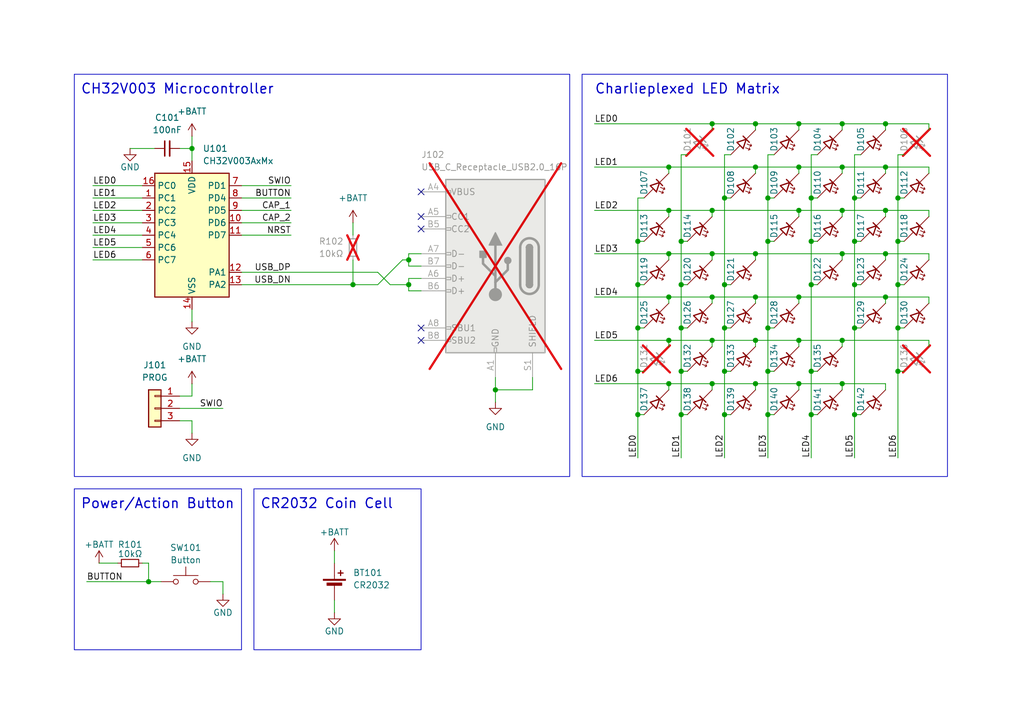
<source format=kicad_sch>
(kicad_sch (version 20231120) (generator "eeschema") (generator_version "8.0")
  (paper "A5")
  (title_block (title "Dezentrale Blinky Logo") (date "2025-04-15") (rev "1") (company "Dezentrale e.V.") (comment 1 "Hardware Design - olel") (comment 2 "CC-BY-SA"))
  (lib_symbols
    (symbol "Connector:USB_C_Receptacle_USB2.0_16P" (pin_names (offset 1.016))
      (property "Reference" "J" (at 0 22.225 0))
      (property "Value" "USB_C_Receptacle_USB2.0_16P" (at 0 19.685 0))
      (symbol "USB_C_Receptacle_USB2.0_16P_0_0"
        (rectangle (start -0.254 -17.78) (end 0.254 -16.764))
        (rectangle (start 10.16 -14.986) (end 9.144 -15.494))
        (rectangle (start 10.16 -12.446) (end 9.144 -12.954))
        (rectangle (start 10.16 -4.826) (end 9.144 -5.334))
        (rectangle (start 10.16 -2.286) (end 9.144 -2.794))
        (rectangle (start 10.16 0.254) (end 9.144 -0.254))
        (rectangle (start 10.16 2.794) (end 9.144 2.286))
        (rectangle (start 10.16 7.874) (end 9.144 7.366))
        (rectangle (start 10.16 10.414) (end 9.144 9.906))
        (rectangle (start 10.16 15.494) (end 9.144 14.986))
      )
      (symbol "USB_C_Receptacle_USB2.0_16P_0_1"
        (rectangle (start -10.16 17.78) (end 10.16 -17.78) (stroke (width 0.254)) (fill (type background)))
        (arc (start -8.89 -3.81) (mid -6.985 -5.7067) (end -5.08 -3.81) (stroke (width 0.508)))
        (arc (start -7.62 -3.81) (mid -6.985 -4.4423) (end -6.35 -3.81) (stroke (width 0.254)))
        (arc (start -7.62 -3.81) (mid -6.985 -4.4423) (end -6.35 -3.81) (stroke (width 0.254)) (fill (type outline)))
        (rectangle (start -7.62 -3.81) (end -6.35 3.81) (stroke (width 0.254)) (fill (type outline)))
        (arc (start -6.35 3.81) (mid -6.985 4.4423) (end -7.62 3.81) (stroke (width 0.254)))
        (arc (start -6.35 3.81) (mid -6.985 4.4423) (end -7.62 3.81) (stroke (width 0.254)) (fill (type outline)))
        (arc (start -5.08 3.81) (mid -6.985 5.7067) (end -8.89 3.81) (stroke (width 0.508)))
        (circle (center -2.54 1.143) (radius 0.635) (stroke (width 0.254)) (fill (type outline)))
        (circle (center 0 -5.842) (radius 1.27) (fill (type outline)))
        (polyline (pts (xy -8.89 -3.81) (xy -8.89 3.81)) (stroke (width 0.508)))
        (polyline (pts (xy -5.08 3.81) (xy -5.08 -3.81)) (stroke (width 0.508)))
        (polyline (pts (xy 0 -5.842) (xy 0 4.318)) (stroke (width 0.508)))
        (polyline (pts (xy 0 -3.302) (xy -2.54 -0.762) (xy -2.54 0.508)) (stroke (width 0.508)))
        (polyline (pts (xy 0 -2.032) (xy 2.54 0.508) (xy 2.54 1.778)) (stroke (width 0.508)))
        (polyline (pts (xy -1.27 4.318) (xy 0 6.858) (xy 1.27 4.318) (xy -1.27 4.318)) (stroke (width 0.254)) (fill (type outline)))
        (rectangle (start 1.905 1.778) (end 3.175 3.048) (stroke (width 0.254)) (fill (type outline)))
      )
      (symbol "USB_C_Receptacle_USB2.0_16P_1_1"
        (pin passive line (at 0 -22.86 90) (length 5.08) (name "GND") (number "A1"))
        (pin passive line (at 0 -22.86 90) (length 5.08) hide (name "GND") (number "A12"))
        (pin passive line (at 15.24 15.24 180) (length 5.08) (name "VBUS") (number "A4"))
        (pin bidirectional line (at 15.24 10.16 180) (length 5.08) (name "CC1") (number "A5"))
        (pin bidirectional line (at 15.24 -2.54 180) (length 5.08) (name "D+") (number "A6"))
        (pin bidirectional line (at 15.24 2.54 180) (length 5.08) (name "D-") (number "A7"))
        (pin bidirectional line (at 15.24 -12.7 180) (length 5.08) (name "SBU1") (number "A8"))
        (pin passive line (at 15.24 15.24 180) (length 5.08) hide (name "VBUS") (number "A9"))
        (pin passive line (at 0 -22.86 90) (length 5.08) hide (name "GND") (number "B1"))
        (pin passive line (at 0 -22.86 90) (length 5.08) hide (name "GND") (number "B12"))
        (pin passive line (at 15.24 15.24 180) (length 5.08) hide (name "VBUS") (number "B4"))
        (pin bidirectional line (at 15.24 7.62 180) (length 5.08) (name "CC2") (number "B5"))
        (pin bidirectional line (at 15.24 -5.08 180) (length 5.08) (name "D+") (number "B6"))
        (pin bidirectional line (at 15.24 0 180) (length 5.08) (name "D-") (number "B7"))
        (pin bidirectional line (at 15.24 -15.24 180) (length 5.08) (name "SBU2") (number "B8"))
        (pin passive line (at 15.24 15.24 180) (length 5.08) hide (name "VBUS") (number "B9"))
        (pin passive line (at -7.62 -22.86 90) (length 5.08) (name "SHIELD") (number "S1"))
      )
    )
    (symbol "Connector_Generic:Conn_01x03" (pin_names (offset 1.016) hide)
      (property "Reference" "J" (at 0 5.08 0))
      (property "Value" "Conn_01x03" (at 0 -5.08 0))
      (symbol "Conn_01x03_1_1"
        (rectangle (start -1.27 -2.413) (end 0 -2.667) (stroke (width 0.1524)))
        (rectangle (start -1.27 0.127) (end 0 -0.127) (stroke (width 0.1524)))
        (rectangle (start -1.27 2.667) (end 0 2.413) (stroke (width 0.1524)))
        (rectangle (start -1.27 3.81) (end 1.27 -3.81) (stroke (width 0.254)) (fill (type background)))
        (pin passive line (at -5.08 2.54 0) (length 3.81) (name "Pin_1") (number "1"))
        (pin passive line (at -5.08 0 0) (length 3.81) (name "Pin_2") (number "2"))
        (pin passive line (at -5.08 -2.54 0) (length 3.81) (name "Pin_3") (number "3"))
      )
    )
    (symbol "Device:Battery_Cell" (pin_numbers hide) (pin_names (offset 0) hide)
      (property "Reference" "BT" (at 2.54 2.54 0))
      (property "Value" "Battery_Cell" (at 2.54 0 0))
      (symbol "Battery_Cell_0_1"
        (rectangle (start -2.286 1.778) (end 2.286 1.524) (fill (type outline)))
        (rectangle (start -1.524 1.016) (end 1.524 0.508) (fill (type outline)))
        (polyline (pts (xy 0 0.762) (xy 0 0)))
        (polyline (pts (xy 0 1.778) (xy 0 2.54)))
        (polyline (pts (xy 0.762 3.048) (xy 1.778 3.048)) (stroke (width 0.254)))
        (polyline (pts (xy 1.27 3.556) (xy 1.27 2.54)) (stroke (width 0.254)))
      )
      (symbol "Battery_Cell_1_1"
        (pin passive line (at 0 5.08 270) (length 2.54) (name "+") (number "1"))
        (pin passive line (at 0 -2.54 90) (length 2.54) (name "-") (number "2"))
      )
    )
    (symbol "Device:C_Small" (pin_numbers hide) (pin_names (offset 0.254) hide)
      (property "Reference" "C" (at 0.254 1.778 0))
      (property "Value" "C_Small" (at 0.254 -2.032 0))
      (symbol "C_Small_0_1"
        (polyline (pts (xy -1.524 -0.508) (xy 1.524 -0.508)) (stroke (width 0.3302)))
        (polyline (pts (xy -1.524 0.508) (xy 1.524 0.508)) (stroke (width 0.3048)))
      )
      (symbol "C_Small_1_1"
        (pin passive line (at 0 2.54 270) (length 2.032) (name "~") (number "1"))
        (pin passive line (at 0 -2.54 90) (length 2.032) (name "~") (number "2"))
      )
    )
    (symbol "Device:LED_45deg" (pin_numbers hide) (pin_names (offset 0) hide)
      (property "Reference" "D" (at 1.27 2.54 0))
      (property "Value" "LED_45deg" (at 1.27 0 0))
      (symbol "LED_45deg_0_1"
        (polyline (pts (xy -1.4732 -1.4224) (xy -1.6256 -1.0668)))
        (polyline (pts (xy -0.7112 -1.7272) (xy -0.8636 -1.3716)))
        (polyline (pts (xy -0.635 0.635) (xy -2.54 2.54)))
        (polyline (pts (xy 0 -1.27) (xy 1.27 0)) (stroke (width 0.254)))
        (polyline (pts (xy 2.54 -2.54) (xy 0.635 -0.635)))
        (polyline (pts (xy -1.1176 -0.508) (xy -1.4732 -1.4224) (xy -1.1176 -1.27)))
        (polyline (pts (xy -0.3556 -0.8128) (xy -0.7112 -1.7272) (xy -0.3556 -1.5748)))
        (polyline (pts (xy -1.27 0) (xy 0 1.27) (xy 0.635 -0.635) (xy -1.27 0)) (stroke (width 0.254)))
      )
      (symbol "LED_45deg_1_1"
        (pin passive line (at 2.54 -2.54 180) (length 0) (name "K") (number "1"))
        (pin passive line (at -2.54 2.54 0) (length 0) (name "A") (number "2"))
      )
    )
    (symbol "Device:R_Small" (pin_numbers hide) (pin_names (offset 0.254) hide)
      (property "Reference" "R" (at 0.762 0.508 0))
      (property "Value" "R_Small" (at 0.762 -1.016 0))
      (symbol "R_Small_0_1"
        (rectangle (start -0.762 1.778) (end 0.762 -1.778) (stroke (width 0.2032)))
      )
      (symbol "R_Small_1_1"
        (pin passive line (at 0 2.54 270) (length 0.762) (name "~") (number "1"))
        (pin passive line (at 0 -2.54 90) (length 0.762) (name "~") (number "2"))
      )
    )
    (symbol "MCU_WCH_CH32V0:CH32V003AxMx"
      (property "Reference" "U" (at -7.62 15.24 0))
      (property "Value" "CH32V003AxMx" (at 7.62 15.24 0))
      (symbol "CH32V003AxMx_1_1"
        (rectangle (start -7.62 12.7) (end 7.62 -12.7) (stroke (width 0.254)) (fill (type background)))
        (pin bidirectional line (at -10.16 7.62 0) (length 2.54) (name "PC1") (number "1"))
        (pin bidirectional line (at 10.16 2.54 180) (length 2.54) (name "PD6") (number "10"))
        (pin bidirectional line (at 10.16 0 180) (length 2.54) (name "PD7") (number "11"))
        (pin bidirectional line (at 10.16 -7.62 180) (length 2.54) (name "PA1") (number "12"))
        (pin bidirectional line (at 10.16 -10.16 180) (length 2.54) (name "PA2") (number "13"))
        (pin power_in line (at 0 -15.24 90) (length 2.54) (name "VSS") (number "14"))
        (pin power_in line (at 0 15.24 270) (length 2.54) (name "VDD") (number "15"))
        (pin bidirectional line (at -10.16 10.16 0) (length 2.54) (name "PC0") (number "16"))
        (pin bidirectional line (at -10.16 5.08 0) (length 2.54) (name "PC2") (number "2"))
        (pin bidirectional line (at -10.16 2.54 0) (length 2.54) (name "PC3") (number "3"))
        (pin bidirectional line (at -10.16 0 0) (length 2.54) (name "PC4") (number "4"))
        (pin bidirectional line (at -10.16 -2.54 0) (length 2.54) (name "PC6") (number "5"))
        (pin bidirectional line (at -10.16 -5.08 0) (length 2.54) (name "PC7") (number "6"))
        (pin bidirectional line (at 10.16 10.16 180) (length 2.54) (name "PD1") (number "7"))
        (pin bidirectional line (at 10.16 7.62 180) (length 2.54) (name "PD4") (number "8"))
        (pin bidirectional line (at 10.16 5.08 180) (length 2.54) (name "PD5") (number "9"))
      )
    )
    (symbol "custom:SW_Push_13_42" (pin_numbers hide) (pin_names (offset 1.016) hide)
      (property "Reference" "SW" (at 1.27 2.54 0))
      (property "Value" "SW_Push_13_42" (at 0 -1.524 0))
      (symbol "SW_Push_13_42_0_1"
        (circle (center -2.032 0) (radius 0.508))
        (polyline (pts (xy 0 1.27) (xy 0 3.048)))
        (polyline (pts (xy 2.54 1.27) (xy -2.54 1.27)))
        (circle (center 2.032 0) (radius 0.508))
        (pin passive line (at -5.08 0 0) (length 2.54) (name "1") (number "1"))
        (pin passive line (at 5.08 0 180) (length 2.54) (name "2") (number "2"))
      )
      (symbol "SW_Push_13_42_1_1"
        (pin passive line (at -5.08 0 0) (length 2.54) hide (name "1") (number "3"))
        (pin passive line (at 5.08 0 180) (length 2.54) hide (name "2") (number "4"))
      )
    )
    (symbol "power:+BATT" (power) (pin_numbers hide) (pin_names (offset 0) hide)
      (property "Value" "+BATT" (at 0 3.556 0))
      (symbol "+BATT_0_1"
        (polyline (pts (xy -0.762 1.27) (xy 0 2.54)))
        (polyline (pts (xy 0 0) (xy 0 2.54)))
        (polyline (pts (xy 0 2.54) (xy 0.762 1.27)))
      )
      (symbol "+BATT_1_1"
        (pin power_in line (at 0 0 90) (length 0) (name "~") (number "1"))
      )
    )
    (symbol "power:GND" (power) (pin_numbers hide) (pin_names (offset 0) hide)
      (property "Value" "GND" (at 0 -3.81 0))
      (symbol "GND_0_1"
        (polyline (pts (xy 0 0) (xy 0 -1.27) (xy 1.27 -1.27) (xy 0 -2.54) (xy -1.27 -1.27) (xy 0 -1.27)))
      )
      (symbol "GND_1_1"
        (pin power_in line (at 0 0 270) (length 0) (name "~") (number "1"))
      )
    )
  )
  (junction (at 101.6 80.01))
  (junction (at 146.05 52.07))
  (junction (at 137.16 34.29))
  (junction (at 39.37 30.48))
  (junction (at 172.72 25.4))
  (junction (at 137.16 43.18))
  (junction (at 157.48 49.53))
  (junction (at 137.16 69.85))
  (junction (at 184.15 76.2))
  (junction (at 157.48 85.09))
  (junction (at 163.83 60.96))
  (junction (at 166.37 58.42))
  (junction (at 166.37 85.09))
  (junction (at 172.72 43.18))
  (junction (at 154.94 78.74))
  (junction (at 154.94 52.07))
  (junction (at 130.81 76.2))
  (junction (at 181.61 34.29))
  (junction (at 172.72 69.85))
  (junction (at 146.05 25.4))
  (junction (at 175.26 40.64))
  (junction (at 172.72 34.29))
  (junction (at 146.05 69.85))
  (junction (at 83.82 53.34))
  (junction (at 157.48 76.2))
  (junction (at 184.15 58.42))
  (junction (at 184.15 40.64))
  (junction (at 184.15 67.31))
  (junction (at 163.83 43.18))
  (junction (at 83.82 58.42))
  (junction (at 175.26 67.31))
  (junction (at 154.94 34.29))
  (junction (at 139.7 85.09))
  (junction (at 175.26 85.09))
  (junction (at 139.7 49.53))
  (junction (at 30.48 119.38))
  (junction (at 154.94 69.85))
  (junction (at 172.72 52.07))
  (junction (at 72.39 58.42))
  (junction (at 139.7 58.42))
  (junction (at 163.83 34.29))
  (junction (at 166.37 76.2))
  (junction (at 163.83 69.85))
  (junction (at 181.61 52.07))
  (junction (at 130.81 67.31))
  (junction (at 166.37 49.53))
  (junction (at 181.61 43.18))
  (junction (at 154.94 60.96))
  (junction (at 146.05 60.96))
  (junction (at 130.81 49.53))
  (junction (at 184.15 49.53))
  (junction (at 148.59 76.2))
  (junction (at 172.72 78.74))
  (junction (at 139.7 76.2))
  (junction (at 130.81 58.42))
  (junction (at 148.59 67.31))
  (junction (at 181.61 25.4))
  (junction (at 148.59 85.09))
  (junction (at 154.94 25.4))
  (junction (at 146.05 43.18))
  (junction (at 157.48 67.31))
  (junction (at 157.48 40.64))
  (junction (at 163.83 25.4))
  (junction (at 175.26 58.42))
  (junction (at 146.05 78.74))
  (junction (at 181.61 60.96))
  (junction (at 137.16 60.96))
  (junction (at 137.16 52.07))
  (junction (at 148.59 40.64))
  (junction (at 139.7 67.31))
  (junction (at 148.59 58.42))
  (junction (at 166.37 40.64))
  (junction (at 137.16 78.74))
  (junction (at 163.83 78.74))
  (junction (at 130.81 85.09))
  (junction (at 175.26 49.53))
  (no_connect (at 86.36 44.45))
  (no_connect (at 86.36 69.85))
  (no_connect (at 86.36 67.31))
  (no_connect (at 86.36 46.99))
  (no_connect (at 86.36 39.37))
  (wire (pts (xy 148.59 67.31) (xy 148.59 76.2)))
  (wire (pts (xy 130.81 49.53) (xy 132.08 49.53)))
  (wire (pts (xy 101.6 80.01) (xy 109.22 80.01)))
  (wire (pts (xy 146.05 78.74) (xy 154.94 78.74)))
  (wire (pts (xy 146.05 69.85) (xy 146.05 71.12)))
  (wire (pts (xy 154.94 52.07) (xy 154.94 53.34)))
  (wire (pts (xy 83.82 57.15) (xy 83.82 58.42)))
  (wire (pts (xy 72.39 58.42) (xy 77.47 58.42)))
  (wire (pts (xy 184.15 31.75) (xy 184.15 40.64)))
  (wire (pts (xy 83.82 59.69) (xy 86.36 59.69)))
  (wire (pts (xy 130.81 76.2) (xy 130.81 85.09)))
  (wire (pts (xy 30.48 119.38) (xy 33.02 119.38)))
  (wire (pts (xy 157.48 40.64) (xy 158.75 40.64)))
  (wire (pts (xy 101.6 80.01) (xy 101.6 82.55)))
  (wire (pts (xy 121.92 60.96) (xy 137.16 60.96)))
  (wire (pts (xy 175.26 67.31) (xy 175.26 85.09)))
  (wire (pts (xy 82.55 53.34) (xy 83.82 53.34)))
  (wire (pts (xy 49.53 58.42) (xy 72.39 58.42)))
  (wire (pts (xy 121.92 78.74) (xy 137.16 78.74)))
  (wire (pts (xy 172.72 52.07) (xy 172.72 53.34)))
  (wire (pts (xy 172.72 25.4) (xy 172.72 26.67)))
  (wire (pts (xy 148.59 31.75) (xy 149.86 31.75)))
  (wire (pts (xy 184.15 58.42) (xy 184.15 67.31)))
  (wire (pts (xy 137.16 43.18) (xy 146.05 43.18)))
  (wire (pts (xy 166.37 40.64) (xy 167.64 40.64)))
  (wire (pts (xy 148.59 40.64) (xy 148.59 58.42)))
  (wire (pts (xy 181.61 60.96) (xy 181.61 62.23)))
  (wire (pts (xy 148.59 76.2) (xy 148.59 85.09)))
  (wire (pts (xy 172.72 78.74) (xy 181.61 78.74)))
  (wire (pts (xy 175.26 31.75) (xy 175.26 40.64)))
  (wire (pts (xy 36.83 30.48) (xy 39.37 30.48)))
  (wire (pts (xy 166.37 76.2) (xy 167.64 76.2)))
  (wire (pts (xy 175.26 58.42) (xy 176.53 58.42)))
  (wire (pts (xy 137.16 43.18) (xy 137.16 44.45)))
  (wire (pts (xy 154.94 69.85) (xy 163.83 69.85)))
  (wire (pts (xy 172.72 34.29) (xy 181.61 34.29)))
  (wire (pts (xy 175.26 49.53) (xy 175.26 58.42)))
  (wire (pts (xy 148.59 85.09) (xy 148.59 93.98)))
  (wire (pts (xy 157.48 31.75) (xy 158.75 31.75)))
  (wire (pts (xy 154.94 60.96) (xy 154.94 62.23)))
  (wire (pts (xy 157.48 49.53) (xy 158.75 49.53)))
  (wire (pts (xy 175.26 40.64) (xy 175.26 49.53)))
  (wire (pts (xy 163.83 60.96) (xy 181.61 60.96)))
  (wire (pts (xy 19.05 38.1) (xy 29.21 38.1)))
  (wire (pts (xy 181.61 25.4) (xy 181.61 26.67)))
  (wire (pts (xy 139.7 49.53) (xy 139.7 58.42)))
  (wire (pts (xy 68.58 123.19) (xy 68.58 125.73)))
  (wire (pts (xy 154.94 25.4) (xy 163.83 25.4)))
  (wire (pts (xy 163.83 25.4) (xy 172.72 25.4)))
  (wire (pts (xy 172.72 43.18) (xy 181.61 43.18)))
  (wire (pts (xy 39.37 63.5) (xy 39.37 66.04)))
  (wire (pts (xy 157.48 85.09) (xy 158.75 85.09)))
  (wire (pts (xy 139.7 58.42) (xy 139.7 67.31)))
  (wire (pts (xy 157.48 49.53) (xy 157.48 67.31)))
  (wire (pts (xy 137.16 60.96) (xy 137.16 62.23)))
  (wire (pts (xy 184.15 40.64) (xy 184.15 49.53)))
  (wire (pts (xy 49.53 45.72) (xy 59.69 45.72)))
  (wire (pts (xy 163.83 78.74) (xy 163.83 80.01)))
  (wire (pts (xy 172.72 25.4) (xy 181.61 25.4)))
  (wire (pts (xy 172.72 43.18) (xy 172.72 44.45)))
  (wire (pts (xy 130.81 76.2) (xy 132.08 76.2)))
  (wire (pts (xy 166.37 40.64) (xy 166.37 49.53)))
  (wire (pts (xy 184.15 67.31) (xy 185.42 67.31)))
  (wire (pts (xy 130.81 67.31) (xy 130.81 76.2)))
  (wire (pts (xy 146.05 78.74) (xy 146.05 80.01)))
  (wire (pts (xy 181.61 34.29) (xy 181.61 35.56)))
  (wire (pts (xy 184.15 31.75) (xy 185.42 31.75)))
  (wire (pts (xy 181.61 52.07) (xy 190.5 52.07)))
  (wire (pts (xy 68.58 113.03) (xy 68.58 115.57)))
  (wire (pts (xy 190.5 60.96) (xy 190.5 62.23)))
  (wire (pts (xy 19.05 45.72) (xy 29.21 45.72)))
  (wire (pts (xy 148.59 58.42) (xy 148.59 67.31)))
  (wire (pts (xy 163.83 69.85) (xy 163.83 71.12)))
  (wire (pts (xy 139.7 85.09) (xy 139.7 93.98)))
  (wire (pts (xy 154.94 69.85) (xy 154.94 71.12)))
  (wire (pts (xy 139.7 85.09) (xy 140.97 85.09)))
  (wire (pts (xy 49.53 48.26) (xy 59.69 48.26)))
  (wire (pts (xy 36.83 83.82) (xy 45.72 83.82)))
  (wire (pts (xy 139.7 49.53) (xy 140.97 49.53)))
  (wire (pts (xy 166.37 49.53) (xy 166.37 58.42)))
  (wire (pts (xy 72.39 53.34) (xy 72.39 58.42)))
  (wire (pts (xy 137.16 60.96) (xy 146.05 60.96)))
  (wire (pts (xy 45.72 119.38) (xy 45.72 121.92)))
  (wire (pts (xy 137.16 78.74) (xy 146.05 78.74)))
  (wire (pts (xy 172.72 52.07) (xy 181.61 52.07)))
  (wire (pts (xy 166.37 31.75) (xy 167.64 31.75)))
  (wire (pts (xy 172.72 78.74) (xy 172.72 80.01)))
  (wire (pts (xy 163.83 78.74) (xy 172.72 78.74)))
  (wire (pts (xy 148.59 31.75) (xy 148.59 40.64)))
  (wire (pts (xy 130.81 67.31) (xy 132.08 67.31)))
  (wire (pts (xy 130.81 40.64) (xy 132.08 40.64)))
  (wire (pts (xy 154.94 34.29) (xy 154.94 35.56)))
  (wire (pts (xy 154.94 60.96) (xy 163.83 60.96)))
  (wire (pts (xy 146.05 60.96) (xy 146.05 62.23)))
  (wire (pts (xy 163.83 34.29) (xy 172.72 34.29)))
  (wire (pts (xy 39.37 78.74) (xy 39.37 81.28)))
  (wire (pts (xy 19.05 53.34) (xy 29.21 53.34)))
  (wire (pts (xy 184.15 58.42) (xy 185.42 58.42)))
  (wire (pts (xy 175.26 85.09) (xy 175.26 93.98)))
  (wire (pts (xy 121.92 25.4) (xy 146.05 25.4)))
  (wire (pts (xy 172.72 34.29) (xy 172.72 35.56)))
  (wire (pts (xy 19.05 50.8) (xy 29.21 50.8)))
  (wire (pts (xy 148.59 40.64) (xy 149.86 40.64)))
  (wire (pts (xy 181.61 43.18) (xy 181.61 44.45)))
  (wire (pts (xy 137.16 69.85) (xy 137.16 71.12)))
  (wire (pts (xy 39.37 30.48) (xy 39.37 33.02)))
  (wire (pts (xy 130.81 58.42) (xy 130.81 67.31)))
  (wire (pts (xy 137.16 34.29) (xy 137.16 35.56)))
  (wire (pts (xy 146.05 25.4) (xy 146.05 26.67)))
  (wire (pts (xy 77.47 55.88) (xy 80.01 58.42)))
  (wire (pts (xy 26.67 30.48) (xy 31.75 30.48)))
  (wire (pts (xy 139.7 31.75) (xy 140.97 31.75)))
  (wire (pts (xy 163.83 43.18) (xy 172.72 43.18)))
  (wire (pts (xy 30.48 115.57) (xy 30.48 119.38)))
  (wire (pts (xy 172.72 69.85) (xy 190.5 69.85)))
  (wire (pts (xy 39.37 81.28) (xy 36.83 81.28)))
  (wire (pts (xy 137.16 52.07) (xy 146.05 52.07)))
  (wire (pts (xy 146.05 43.18) (xy 146.05 44.45)))
  (wire (pts (xy 83.82 54.61) (xy 86.36 54.61)))
  (wire (pts (xy 146.05 25.4) (xy 154.94 25.4)))
  (wire (pts (xy 121.92 43.18) (xy 137.16 43.18)))
  (wire (pts (xy 121.92 69.85) (xy 137.16 69.85)))
  (wire (pts (xy 139.7 76.2) (xy 139.7 85.09)))
  (wire (pts (xy 29.21 115.57) (xy 30.48 115.57)))
  (wire (pts (xy 154.94 52.07) (xy 172.72 52.07)))
  (wire (pts (xy 137.16 52.07) (xy 137.16 53.34)))
  (wire (pts (xy 49.53 38.1) (xy 59.69 38.1)))
  (wire (pts (xy 17.78 119.38) (xy 30.48 119.38)))
  (wire (pts (xy 139.7 76.2) (xy 140.97 76.2)))
  (wire (pts (xy 137.16 69.85) (xy 146.05 69.85)))
  (wire (pts (xy 181.61 52.07) (xy 181.61 53.34)))
  (wire (pts (xy 166.37 76.2) (xy 166.37 85.09)))
  (wire (pts (xy 157.48 67.31) (xy 158.75 67.31)))
  (wire (pts (xy 172.72 69.85) (xy 172.72 71.12)))
  (wire (pts (xy 154.94 25.4) (xy 154.94 26.67)))
  (wire (pts (xy 163.83 69.85) (xy 172.72 69.85)))
  (wire (pts (xy 175.26 58.42) (xy 175.26 67.31)))
  (wire (pts (xy 77.47 58.42) (xy 82.55 53.34)))
  (wire (pts (xy 184.15 49.53) (xy 185.42 49.53)))
  (wire (pts (xy 72.39 45.72) (xy 72.39 48.26)))
  (wire (pts (xy 190.5 25.4) (xy 190.5 26.67)))
  (wire (pts (xy 130.81 49.53) (xy 130.81 58.42)))
  (wire (pts (xy 166.37 85.09) (xy 166.37 93.98)))
  (wire (pts (xy 139.7 67.31) (xy 140.97 67.31)))
  (wire (pts (xy 83.82 57.15) (xy 86.36 57.15)))
  (wire (pts (xy 148.59 76.2) (xy 149.86 76.2)))
  (wire (pts (xy 49.53 43.18) (xy 59.69 43.18)))
  (wire (pts (xy 121.92 34.29) (xy 137.16 34.29)))
  (wire (pts (xy 148.59 67.31) (xy 149.86 67.31)))
  (wire (pts (xy 184.15 76.2) (xy 184.15 93.98)))
  (wire (pts (xy 39.37 86.36) (xy 36.83 86.36)))
  (wire (pts (xy 157.48 67.31) (xy 157.48 76.2)))
  (wire (pts (xy 148.59 58.42) (xy 149.86 58.42)))
  (wire (pts (xy 137.16 34.29) (xy 154.94 34.29)))
  (wire (pts (xy 39.37 86.36) (xy 39.37 88.9)))
  (wire (pts (xy 83.82 53.34) (xy 83.82 54.61)))
  (wire (pts (xy 181.61 43.18) (xy 190.5 43.18)))
  (wire (pts (xy 163.83 25.4) (xy 163.83 26.67)))
  (wire (pts (xy 184.15 76.2) (xy 185.42 76.2)))
  (wire (pts (xy 184.15 67.31) (xy 184.15 76.2)))
  (wire (pts (xy 157.48 85.09) (xy 157.48 93.98)))
  (wire (pts (xy 146.05 52.07) (xy 146.05 53.34)))
  (wire (pts (xy 59.69 40.64) (xy 49.53 40.64)))
  (wire (pts (xy 130.81 40.64) (xy 130.81 49.53)))
  (wire (pts (xy 19.05 48.26) (xy 29.21 48.26)))
  (wire (pts (xy 83.82 52.07) (xy 83.82 53.34)))
  (wire (pts (xy 181.61 25.4) (xy 190.5 25.4)))
  (wire (pts (xy 101.6 77.47) (xy 101.6 80.01)))
  (wire (pts (xy 184.15 40.64) (xy 185.42 40.64)))
  (wire (pts (xy 137.16 78.74) (xy 137.16 80.01)))
  (wire (pts (xy 139.7 31.75) (xy 139.7 49.53)))
  (wire (pts (xy 166.37 85.09) (xy 167.64 85.09)))
  (wire (pts (xy 121.92 52.07) (xy 137.16 52.07)))
  (wire (pts (xy 166.37 58.42) (xy 167.64 58.42)))
  (wire (pts (xy 109.22 77.47) (xy 109.22 80.01)))
  (wire (pts (xy 146.05 52.07) (xy 154.94 52.07)))
  (wire (pts (xy 157.48 40.64) (xy 157.48 49.53)))
  (wire (pts (xy 139.7 58.42) (xy 140.97 58.42)))
  (wire (pts (xy 163.83 43.18) (xy 163.83 44.45)))
  (wire (pts (xy 43.18 119.38) (xy 45.72 119.38)))
  (wire (pts (xy 166.37 31.75) (xy 166.37 40.64)))
  (wire (pts (xy 166.37 58.42) (xy 166.37 76.2)))
  (wire (pts (xy 175.26 49.53) (xy 176.53 49.53)))
  (wire (pts (xy 154.94 78.74) (xy 163.83 78.74)))
  (wire (pts (xy 139.7 67.31) (xy 139.7 76.2)))
  (wire (pts (xy 20.32 115.57) (xy 24.13 115.57)))
  (wire (pts (xy 130.81 58.42) (xy 132.08 58.42)))
  (wire (pts (xy 130.81 85.09) (xy 132.08 85.09)))
  (wire (pts (xy 83.82 58.42) (xy 83.82 59.69)))
  (wire (pts (xy 175.26 40.64) (xy 176.53 40.64)))
  (wire (pts (xy 154.94 78.74) (xy 154.94 80.01)))
  (wire (pts (xy 166.37 49.53) (xy 167.64 49.53)))
  (wire (pts (xy 181.61 34.29) (xy 190.5 34.29)))
  (wire (pts (xy 175.26 85.09) (xy 176.53 85.09)))
  (wire (pts (xy 146.05 69.85) (xy 154.94 69.85)))
  (wire (pts (xy 80.01 58.42) (xy 83.82 58.42)))
  (wire (pts (xy 148.59 85.09) (xy 149.86 85.09)))
  (wire (pts (xy 190.5 43.18) (xy 190.5 44.45)))
  (wire (pts (xy 146.05 43.18) (xy 163.83 43.18)))
  (wire (pts (xy 19.05 43.18) (xy 29.21 43.18)))
  (wire (pts (xy 163.83 60.96) (xy 163.83 62.23)))
  (wire (pts (xy 181.61 60.96) (xy 190.5 60.96)))
  (wire (pts (xy 184.15 49.53) (xy 184.15 58.42)))
  (wire (pts (xy 175.26 31.75) (xy 176.53 31.75)))
  (wire (pts (xy 19.05 40.64) (xy 29.21 40.64)))
  (wire (pts (xy 181.61 78.74) (xy 181.61 80.01)))
  (wire (pts (xy 157.48 76.2) (xy 158.75 76.2)))
  (wire (pts (xy 157.48 31.75) (xy 157.48 40.64)))
  (wire (pts (xy 157.48 76.2) (xy 157.48 85.09)))
  (wire (pts (xy 39.37 27.94) (xy 39.37 30.48)))
  (wire (pts (xy 175.26 67.31) (xy 176.53 67.31)))
  (wire (pts (xy 190.5 69.85) (xy 190.5 71.12)))
  (wire (pts (xy 146.05 60.96) (xy 154.94 60.96)))
  (wire (pts (xy 163.83 34.29) (xy 163.83 35.56)))
  (wire (pts (xy 154.94 34.29) (xy 163.83 34.29)))
  (wire (pts (xy 83.82 52.07) (xy 86.36 52.07)))
  (wire (pts (xy 130.81 85.09) (xy 130.81 93.98)))
  (wire (pts (xy 190.5 52.07) (xy 190.5 53.34)))
  (wire (pts (xy 49.53 55.88) (xy 77.47 55.88)))
  (wire (pts (xy 190.5 34.29) (xy 190.5 35.56)))
  (rectangle (start 15.24 15.24) (end 116.84 97.79))
  (rectangle (start 52.07 100.33) (end 86.36 133.35))
  (rectangle (start 119.38 15.24) (end 194.31 97.79))
  (rectangle (start 15.24 100.33) (end 49.53 133.35))
  (text "Charlieplexed LED Matrix" (at 121.92 18.415 0) (effects (font (size 2 2) (thickness 0.254) (bold yes)) (justify left)))
  (text "CH32V003 Microcontroller" (at 16.51 18.415 0) (effects (font (size 2 2) (thickness 0.254) (bold yes)) (justify left)))
  (text "CR2032 Coin Cell" (at 53.34 103.505 0) (effects (font (size 2 2) (thickness 0.254) (bold yes)) (justify left)))
  (text "Power/Action Button" (at 16.51 103.505 0) (effects (font (size 2 2) (thickness 0.254) (bold yes)) (justify left)))
  (label "LED5" (at 19.05 50.8 0) (effects (font (thickness 0.1588))))
  (label "LED0" (at 121.92 25.4 0))
  (label "LED0" (at 130.81 93.98 90))
  (label "LED1" (at 139.7 93.98 90))
  (label "LED4" (at 166.37 93.98 90))
  (label "LED2" (at 148.59 93.98 90))
  (label "NRST" (at 59.69 48.26 180) (effects (font (thickness 0.1588))))
  (label "LED6" (at 121.92 78.74 0))
  (label "USB_DP" (at 59.69 55.88 180))
  (label "LED1" (at 121.92 34.29 0))
  (label "LED3" (at 157.48 93.98 90))
  (label "LED2" (at 121.92 43.18 0))
  (label "LED2" (at 19.05 43.18 0) (effects (font (thickness 0.1588))))
  (label "LED0" (at 19.05 38.1 0) (effects (font (thickness 0.1588))))
  (label "BUTTON" (at 17.78 119.38 0) (effects (font (thickness 0.1588))))
  (label "CAP_1" (at 59.69 43.18 180))
  (label "LED4" (at 19.05 48.26 0) (effects (font (thickness 0.1588))))
  (label "LED5" (at 175.26 93.98 90))
  (label "BUTTON" (at 59.69 40.64 180) (effects (font (thickness 0.1588))))
  (label "SWIO" (at 59.69 38.1 180))
  (label "CAP_2" (at 59.69 45.72 180))
  (label "LED3" (at 121.92 52.07 0))
  (label "LED5" (at 121.92 69.85 0))
  (label "LED6" (at 184.15 93.98 90))
  (label "LED3" (at 19.05 45.72 0) (effects (font (thickness 0.1588))))
  (label "USB_DN" (at 59.69 58.42 180))
  (label "LED6" (at 19.05 53.34 0) (effects (font (thickness 0.1588))))
  (label "SWIO" (at 45.72 83.82 180))
  (label "LED1" (at 19.05 40.64 0) (effects (font (thickness 0.1588))))
  (label "LED4" (at 121.92 60.96 0))
  (symbol (lib_id "power:+BATT") (at 68.58 113.03 0) (unit 1)
    (property "Reference" "#PWR0110" (effects (hide yes)))
    (property "Value" "+BATT" (at 68.58 109.22 0))
    (property "Description" "Power symbol creates a global label with name \"+BATT\"" (effects (hide yes)))
  )
  (symbol (lib_id "Device:LED_45deg") (at 161.29 64.77 90) (unit 1)
    (property "Reference" "D128" (at 158.75 61.595 0) (effects (justify right)))
    (property "Value" "LED_45deg" (effects (hide yes)))
    (property "Footprint" "LED_SMD:LED_1206_3216Metric_ReverseMount_Hole1.8x2.4mm" (effects (hide yes)))
    (property "Description" "Light emitting diode, rotated by 45°" (effects (hide yes)))
    (property "LCSC" "C3646940" (effects (hide yes)))
  )
  (symbol (lib_id "Connector_Generic:Conn_01x03") (at 31.75 83.82 0) (mirror y) (unit 1)
    (property "Reference" "J101" (at 31.75 74.93 0))
    (property "Value" "PROG" (at 31.75 77.47 0))
    (property "Footprint" "Connector_Harwin:Harwin_M20-89003xx_1x03_P2.54mm_Horizontal" (effects (hide yes)))
    (property "Description" "Generic connector, single row, 01x03, script generated (kicad-library-utils/schlib/autogen/connector/)" (effects (hide yes)))
  )
  (symbol (lib_id "power:GND") (at 39.37 88.9 0) (mirror y) (unit 1)
    (property "Reference" "#PWR0105" (effects (hide yes)))
    (property "Value" "GND" (at 39.37 93.98 0))
    (property "Description" "Power symbol creates a global label with name \"GND\" , ground" (effects (hide yes)))
  )
  (symbol (lib_id "Device:LED_45deg") (at 143.51 29.21 90) (unit 1) (on_board no) (dnp yes)
    (property "Reference" "D101" (at 140.97 26.035 0) (effects (justify right)))
    (property "Value" "LED_45deg" (effects (hide yes)))
    (property "Footprint" "LED_SMD:LED_1206_3216Metric_ReverseMount_Hole1.8x2.4mm" (effects (hide yes)))
    (property "Description" "Light emitting diode, rotated by 45°" (effects (hide yes)))
  )
  (symbol (lib_id "Device:C_Small") (at 34.29 30.48 90) (unit 1)
    (property "Reference" "C101" (at 34.2963 24.13 90))
    (property "Value" "100nF" (at 34.2963 26.67 90))
    (property "Footprint" "Capacitor_SMD:C_0805_2012Metric_Pad1.18x1.45mm_HandSolder" (effects (hide yes)))
    (property "Description" "Unpolarized capacitor, small symbol" (effects (hide yes)))
    (property "LCSC" "C28233" (effects (hide yes)))
  )
  (symbol (lib_id "Device:LED_45deg") (at 161.29 38.1 90) (unit 1)
    (property "Reference" "D109" (at 158.75 34.925 0) (effects (justify right)))
    (property "Value" "LED_45deg" (effects (hide yes)))
    (property "Footprint" "LED_SMD:LED_1206_3216Metric_ReverseMount_Hole1.8x2.4mm" (effects (hide yes)))
    (property "Description" "Light emitting diode, rotated by 45°" (effects (hide yes)))
    (property "LCSC" "C3646940" (effects (hide yes)))
  )
  (symbol (lib_id "Connector:USB_C_Receptacle_USB2.0_16P") (at 101.6 54.61 0) (mirror y) (unit 1) (dnp yes)
    (property "Reference" "J102" (at 86.36 31.75 0) (effects (justify right)))
    (property "Value" "USB_C_Receptacle_USB2.0_16P" (at 86.36 34.29 0) (effects (justify right)))
    (property "Footprint" "Connector_USB:USB_C_Receptacle_GCT_USB4110" (effects (hide yes)))
    (property "Datasheet" "https://www.usb.org/sites/default/files/documents/usb_type-c.zip" (effects (hide yes)))
    (property "Description" "USB 2.0-only 16P Type-C Receptacle connector" (effects (hide yes)))
  )
  (symbol (lib_id "Device:LED_45deg") (at 143.51 73.66 90) (unit 1)
    (property "Reference" "D132" (at 140.97 70.485 0) (effects (justify right)))
    (property "Value" "LED_45deg" (effects (hide yes)))
    (property "Footprint" "LED_SMD:LED_1206_3216Metric_ReverseMount_Hole1.8x2.4mm" (effects (hide yes)))
    (property "Description" "Light emitting diode, rotated by 45°" (effects (hide yes)))
    (property "LCSC" "C3646940" (effects (hide yes)))
  )
  (symbol (lib_id "power:+BATT") (at 39.37 78.74 0) (mirror y) (unit 1)
    (property "Reference" "#PWR0104" (effects (hide yes)))
    (property "Value" "+BATT" (at 39.37 73.66 0))
    (property "Description" "Power symbol creates a global label with name \"+BATT\"" (effects (hide yes)))
  )
  (symbol (lib_id "custom:SW_Push_13_42") (at 38.1 119.38 0) (unit 1)
    (property "Reference" "SW101" (at 38.1 112.395 0))
    (property "Value" "Button" (at 38.1 114.935 0))
    (property "Footprint" "Button_Switch_SMD:SW_Push_1P1T_XKB_TS-1187A" (effects (hide yes)))
    (property "Description" "Push button switch, generic, two pins" (effects (hide yes)))
    (property "LCSC" "C318884" (effects (hide yes)))
  )
  (symbol (lib_id "Device:LED_45deg") (at 152.4 29.21 90) (unit 1)
    (property "Reference" "D102" (at 149.86 26.035 0) (effects (justify right)))
    (property "Value" "LED_45deg" (effects (hide yes)))
    (property "Footprint" "LED_SMD:LED_1206_3216Metric_ReverseMount_Hole1.8x2.4mm" (effects (hide yes)))
    (property "Description" "Light emitting diode, rotated by 45°" (effects (hide yes)))
    (property "LCSC" "C3646940" (effects (hide yes)))
  )
  (symbol (lib_id "Device:LED_45deg") (at 170.18 73.66 90) (unit 1)
    (property "Reference" "D135" (at 167.64 70.485 0) (effects (justify right)))
    (property "Value" "LED_45deg" (effects (hide yes)))
    (property "Footprint" "LED_SMD:LED_1206_3216Metric_ReverseMount_Hole1.8x2.4mm" (effects (hide yes)))
    (property "Description" "Light emitting diode, rotated by 45°" (effects (hide yes)))
    (property "LCSC" "C3646940" (effects (hide yes)))
  )
  (symbol (lib_id "power:+BATT") (at 72.39 45.72 0) (unit 1)
    (property "Reference" "#PWR0108" (effects (hide yes)))
    (property "Value" "+BATT" (at 72.39 40.64 0))
    (property "Description" "Power symbol creates a global label with name \"+BATT\"" (effects (hide yes)))
  )
  (symbol (lib_id "Device:LED_45deg") (at 179.07 55.88 90) (unit 1)
    (property "Reference" "D123" (at 176.53 52.705 0) (effects (justify right)))
    (property "Value" "LED_45deg" (effects (hide yes)))
    (property "Footprint" "LED_SMD:LED_1206_3216Metric_ReverseMount_Hole1.8x2.4mm" (effects (hide yes)))
    (property "Description" "Light emitting diode, rotated by 45°" (effects (hide yes)))
    (property "LCSC" "C3646940" (effects (hide yes)))
  )
  (symbol (lib_id "Device:LED_45deg") (at 152.4 55.88 90) (unit 1)
    (property "Reference" "D121" (at 149.86 52.705 0) (effects (justify right)))
    (property "Value" "LED_45deg" (effects (hide yes)))
    (property "Footprint" "LED_SMD:LED_1206_3216Metric_ReverseMount_Hole1.8x2.4mm" (effects (hide yes)))
    (property "Description" "Light emitting diode, rotated by 45°" (effects (hide yes)))
    (property "LCSC" "C3646940" (effects (hide yes)))
  )
  (symbol (lib_id "Device:LED_45deg") (at 170.18 82.55 90) (unit 1)
    (property "Reference" "D141" (at 167.64 79.375 0) (effects (justify right)))
    (property "Value" "LED_45deg" (effects (hide yes)))
    (property "Footprint" "LED_SMD:LED_1206_3216Metric_ReverseMount_Hole1.8x2.4mm" (effects (hide yes)))
    (property "Description" "Light emitting diode, rotated by 45°" (effects (hide yes)))
    (property "LCSC" "C3646940" (effects (hide yes)))
  )
  (symbol (lib_id "Device:LED_45deg") (at 134.62 55.88 90) (unit 1)
    (property "Reference" "D119" (at 132.08 52.705 0) (effects (justify right)))
    (property "Value" "LED_45deg" (effects (hide yes)))
    (property "Footprint" "LED_SMD:LED_1206_3216Metric_ReverseMount_Hole1.8x2.4mm" (effects (hide yes)))
    (property "Description" "Light emitting diode, rotated by 45°" (effects (hide yes)))
    (property "LCSC" "C3646940" (effects (hide yes)))
  )
  (symbol (lib_id "Device:LED_45deg") (at 161.29 46.99 90) (unit 1)
    (property "Reference" "D115" (at 158.75 43.815 0) (effects (justify right)))
    (property "Value" "LED_45deg" (effects (hide yes)))
    (property "Footprint" "LED_SMD:LED_1206_3216Metric_ReverseMount_Hole1.8x2.4mm" (effects (hide yes)))
    (property "Description" "Light emitting diode, rotated by 45°" (effects (hide yes)))
    (property "LCSC" "C3646940" (effects (hide yes)))
  )
  (symbol (lib_id "Device:LED_45deg") (at 143.51 46.99 90) (unit 1)
    (property "Reference" "D114" (at 140.97 43.815 0) (effects (justify right)))
    (property "Value" "LED_45deg" (effects (hide yes)))
    (property "Footprint" "LED_SMD:LED_1206_3216Metric_ReverseMount_Hole1.8x2.4mm" (effects (hide yes)))
    (property "Description" "Light emitting diode, rotated by 45°" (effects (hide yes)))
    (property "LCSC" "C3646940" (effects (hide yes)))
  )
  (symbol (lib_id "Device:LED_45deg") (at 170.18 55.88 90) (unit 1)
    (property "Reference" "D122" (at 167.64 52.705 0) (effects (justify right)))
    (property "Value" "LED_45deg" (effects (hide yes)))
    (property "Footprint" "LED_SMD:LED_1206_3216Metric_ReverseMount_Hole1.8x2.4mm" (effects (hide yes)))
    (property "Description" "Light emitting diode, rotated by 45°" (effects (hide yes)))
    (property "LCSC" "C3646940" (effects (hide yes)))
  )
  (symbol (lib_id "Device:LED_45deg") (at 152.4 73.66 90) (unit 1)
    (property "Reference" "D133" (at 149.86 70.485 0) (effects (justify right)))
    (property "Value" "LED_45deg" (effects (hide yes)))
    (property "Footprint" "LED_SMD:LED_1206_3216Metric_ReverseMount_Hole1.8x2.4mm" (effects (hide yes)))
    (property "Description" "Light emitting diode, rotated by 45°" (effects (hide yes)))
    (property "LCSC" "C3646940" (effects (hide yes)))
  )
  (symbol (lib_id "Device:LED_45deg") (at 143.51 82.55 90) (unit 1)
    (property "Reference" "D138" (at 140.97 79.375 0) (effects (justify right)))
    (property "Value" "LED_45deg" (effects (hide yes)))
    (property "Footprint" "LED_SMD:LED_1206_3216Metric_ReverseMount_Hole1.8x2.4mm" (effects (hide yes)))
    (property "Description" "Light emitting diode, rotated by 45°" (effects (hide yes)))
    (property "LCSC" "C3646940" (effects (hide yes)))
  )
  (symbol (lib_id "power:GND") (at 26.67 30.48 0) (unit 1)
    (property "Reference" "#PWR0102" (effects (hide yes)))
    (property "Value" "GND" (at 26.67 34.29 0))
    (property "Description" "Power symbol creates a global label with name \"GND\" , ground" (effects (hide yes)))
  )
  (symbol (lib_id "Device:R_Small") (at 72.39 50.8 0) (mirror y) (unit 1) (dnp yes)
    (property "Reference" "R102" (at 70.485 49.53 0) (effects (justify left)))
    (property "Value" "10kΩ" (at 70.485 52.07 0) (effects (justify left)))
    (property "Footprint" "Resistor_SMD:R_0805_2012Metric_Pad1.20x1.40mm_HandSolder" (effects (hide yes)))
    (property "Description" "Resistor, small symbol" (effects (hide yes)))
    (property "LCSC" "C17414" (effects (hide yes)))
  )
  (symbol (lib_id "Device:LED_45deg") (at 187.96 29.21 90) (unit 1) (on_board no) (dnp yes)
    (property "Reference" "D106" (at 185.42 26.035 0) (effects (justify right)))
    (property "Value" "LED_45deg" (effects (hide yes)))
    (property "Footprint" "LED_SMD:LED_1206_3216Metric_ReverseMount_Hole1.8x2.4mm" (effects (hide yes)))
    (property "Description" "Light emitting diode, rotated by 45°" (effects (hide yes)))
  )
  (symbol (lib_id "MCU_WCH_CH32V0:CH32V003AxMx") (at 39.37 48.26 0) (unit 1)
    (property "Reference" "U101" (at 41.5641 30.48 0) (effects (justify left)))
    (property "Value" "CH32V003AxMx" (at 41.5641 33.02 0) (effects (justify left)))
    (property "Footprint" "Package_SO:SOP-16_3.9x9.9mm_P1.27mm" (effects (hide yes)))
    (property "Datasheet" "https://www.wch-ic.com/products/CH32V003.html" (effects (hide yes)))
    (property "Description" "CH32V003 series are industrial-grade general-purpose microcontrollers designed based on 32-bit RISC-V instruction set and architecture. It adopts QingKe V2A core, RV32EC instruction set, and supports 2 levels of interrupt nesting. The series are mounted with rich peripheral interfaces and function modules. Its internal organizational structure meets the low-cost and low-power embedded application scenarios." (effects (hide yes)))
    (property "LCSC" "C5346357" (effects (hide yes)))
  )
  (symbol (lib_id "Device:LED_45deg") (at 152.4 64.77 90) (unit 1)
    (property "Reference" "D127" (at 149.86 61.595 0) (effects (justify right)))
    (property "Value" "LED_45deg" (effects (hide yes)))
    (property "Footprint" "LED_SMD:LED_1206_3216Metric_ReverseMount_Hole1.8x2.4mm" (effects (hide yes)))
    (property "Description" "Light emitting diode, rotated by 45°" (effects (hide yes)))
    (property "LCSC" "C3646940" (effects (hide yes)))
  )
  (symbol (lib_id "Device:LED_45deg") (at 170.18 38.1 90) (unit 1)
    (property "Reference" "D110" (at 167.64 34.925 0) (effects (justify right)))
    (property "Value" "LED_45deg" (effects (hide yes)))
    (property "Footprint" "LED_SMD:LED_1206_3216Metric_ReverseMount_Hole1.8x2.4mm" (effects (hide yes)))
    (property "Description" "Light emitting diode, rotated by 45°" (effects (hide yes)))
    (property "LCSC" "C3646940" (effects (hide yes)))
  )
  (symbol (lib_id "Device:LED_45deg") (at 179.07 64.77 90) (unit 1)
    (property "Reference" "D129" (at 176.53 61.595 0) (effects (justify right)))
    (property "Value" "LED_45deg" (effects (hide yes)))
    (property "Footprint" "LED_SMD:LED_1206_3216Metric_ReverseMount_Hole1.8x2.4mm" (effects (hide yes)))
    (property "Description" "Light emitting diode, rotated by 45°" (effects (hide yes)))
    (property "LCSC" "C3646940" (effects (hide yes)))
  )
  (symbol (lib_id "Device:LED_45deg") (at 187.96 46.99 90) (unit 1)
    (property "Reference" "D118" (at 185.42 43.815 0) (effects (justify right)))
    (property "Value" "LED_45deg" (effects (hide yes)))
    (property "Footprint" "LED_SMD:LED_1206_3216Metric_ReverseMount_Hole1.8x2.4mm" (effects (hide yes)))
    (property "Description" "Light emitting diode, rotated by 45°" (effects (hide yes)))
    (property "LCSC" "C3646940" (effects (hide yes)))
  )
  (symbol (lib_id "power:GND") (at 39.37 66.04 0) (unit 1)
    (property "Reference" "#PWR0107" (effects (hide yes)))
    (property "Value" "GND" (at 39.37 71.12 0))
    (property "Description" "Power symbol creates a global label with name \"GND\" , ground" (effects (hide yes)))
  )
  (symbol (lib_id "Device:LED_45deg") (at 187.96 38.1 90) (unit 1)
    (property "Reference" "D112" (at 185.42 34.925 0) (effects (justify right)))
    (property "Value" "LED_45deg" (effects (hide yes)))
    (property "Footprint" "LED_SMD:LED_1206_3216Metric_ReverseMount_Hole1.8x2.4mm" (effects (hide yes)))
    (property "Description" "Light emitting diode, rotated by 45°" (effects (hide yes)))
    (property "LCSC" "C3646940" (effects (hide yes)))
  )
  (symbol (lib_id "Device:LED_45deg") (at 161.29 73.66 90) (unit 1)
    (property "Reference" "D134" (at 158.75 70.485 0) (effects (justify right)))
    (property "Value" "LED_45deg" (effects (hide yes)))
    (property "Footprint" "LED_SMD:LED_1206_3216Metric_ReverseMount_Hole1.8x2.4mm" (effects (hide yes)))
    (property "Description" "Light emitting diode, rotated by 45°" (effects (hide yes)))
    (property "LCSC" "C3646940" (effects (hide yes)))
  )
  (symbol (lib_id "power:+BATT") (at 20.32 115.57 0) (unit 1)
    (property "Reference" "#PWR0103" (effects (hide yes)))
    (property "Value" "+BATT" (at 20.32 111.76 0))
    (property "Description" "Power symbol creates a global label with name \"+BATT\"" (effects (hide yes)))
  )
  (symbol (lib_id "Device:Battery_Cell") (at 68.58 120.65 0) (unit 1)
    (property "Reference" "BT101" (at 72.39 117.5384 0) (effects (justify left)))
    (property "Value" "CR2032" (at 72.39 120.0784 0) (effects (justify left)))
    (property "Footprint" "Battery:BatteryHolder_Multicomp_BC-2001_1x2032" (effects (hide yes)))
    (property "Description" "Single-cell battery" (effects (hide yes)))
    (property "LCSC" "C6937139" (effects (hide yes)))
  )
  (symbol (lib_id "Device:LED_45deg") (at 161.29 82.55 90) (unit 1)
    (property "Reference" "D140" (at 158.75 79.375 0) (effects (justify right)))
    (property "Value" "LED_45deg" (effects (hide yes)))
    (property "Footprint" "LED_SMD:LED_1206_3216Metric_ReverseMount_Hole1.8x2.4mm" (effects (hide yes)))
    (property "Description" "Light emitting diode, rotated by 45°" (effects (hide yes)))
    (property "LCSC" "C3646940" (effects (hide yes)))
  )
  (symbol (lib_id "Device:LED_45deg") (at 134.62 82.55 90) (unit 1)
    (property "Reference" "D137" (at 132.08 79.375 0) (effects (justify right)))
    (property "Value" "LED_45deg" (effects (hide yes)))
    (property "Footprint" "LED_SMD:LED_1206_3216Metric_ReverseMount_Hole1.8x2.4mm" (effects (hide yes)))
    (property "Description" "Light emitting diode, rotated by 45°" (effects (hide yes)))
    (property "LCSC" "C3646940" (effects (hide yes)))
  )
  (symbol (lib_id "Device:LED_45deg") (at 143.51 64.77 90) (unit 1)
    (property "Reference" "D126" (at 140.97 61.595 0) (effects (justify right)))
    (property "Value" "LED_45deg" (effects (hide yes)))
    (property "Footprint" "LED_SMD:LED_1206_3216Metric_ReverseMount_Hole1.8x2.4mm" (effects (hide yes)))
    (property "Description" "Light emitting diode, rotated by 45°" (effects (hide yes)))
    (property "LCSC" "C3646940" (effects (hide yes)))
  )
  (symbol (lib_id "Device:LED_45deg") (at 152.4 82.55 90) (unit 1)
    (property "Reference" "D139" (at 149.86 79.375 0) (effects (justify right)))
    (property "Value" "LED_45deg" (effects (hide yes)))
    (property "Footprint" "LED_SMD:LED_1206_3216Metric_ReverseMount_Hole1.8x2.4mm" (effects (hide yes)))
    (property "Description" "Light emitting diode, rotated by 45°" (effects (hide yes)))
    (property "LCSC" "C3646940" (effects (hide yes)))
  )
  (symbol (lib_id "Device:LED_45deg") (at 179.07 38.1 90) (unit 1)
    (property "Reference" "D111" (at 176.53 34.925 0) (effects (justify right)))
    (property "Value" "LED_45deg" (effects (hide yes)))
    (property "Footprint" "LED_SMD:LED_1206_3216Metric_ReverseMount_Hole1.8x2.4mm" (effects (hide yes)))
    (property "Description" "Light emitting diode, rotated by 45°" (effects (hide yes)))
    (property "LCSC" "C3646940" (effects (hide yes)))
  )
  (symbol (lib_id "Device:LED_45deg") (at 143.51 55.88 90) (unit 1)
    (property "Reference" "D120" (at 140.97 52.705 0) (effects (justify right)))
    (property "Value" "LED_45deg" (effects (hide yes)))
    (property "Footprint" "LED_SMD:LED_1206_3216Metric_ReverseMount_Hole1.8x2.4mm" (effects (hide yes)))
    (property "Description" "Light emitting diode, rotated by 45°" (effects (hide yes)))
    (property "LCSC" "C3646940" (effects (hide yes)))
  )
  (symbol (lib_id "Device:LED_45deg") (at 134.62 64.77 90) (unit 1)
    (property "Reference" "D125" (at 132.08 61.595 0) (effects (justify right)))
    (property "Value" "LED_45deg" (effects (hide yes)))
    (property "Footprint" "LED_SMD:LED_1206_3216Metric_ReverseMount_Hole1.8x2.4mm" (effects (hide yes)))
    (property "Description" "Light emitting diode, rotated by 45°" (effects (hide yes)))
    (property "LCSC" "C3646940" (effects (hide yes)))
  )
  (symbol (lib_id "power:GND") (at 45.72 121.92 0) (unit 1)
    (property "Reference" "#PWR0111" (effects (hide yes)))
    (property "Value" "GND" (at 45.72 125.73 0))
    (property "Description" "Power symbol creates a global label with name \"GND\" , ground" (effects (hide yes)))
  )
  (symbol (lib_id "Device:LED_45deg") (at 152.4 38.1 90) (unit 1)
    (property "Reference" "D108" (at 149.86 34.925 0) (effects (justify right)))
    (property "Value" "LED_45deg" (effects (hide yes)))
    (property "Footprint" "LED_SMD:LED_1206_3216Metric_ReverseMount_Hole1.8x2.4mm" (effects (hide yes)))
    (property "Description" "Light emitting diode, rotated by 45°" (effects (hide yes)))
    (property "LCSC" "C3646940" (effects (hide yes)))
  )
  (symbol (lib_id "Device:LED_45deg") (at 179.07 46.99 90) (unit 1)
    (property "Reference" "D117" (at 176.53 43.815 0) (effects (justify right)))
    (property "Value" "LED_45deg" (effects (hide yes)))
    (property "Footprint" "LED_SMD:LED_1206_3216Metric_ReverseMount_Hole1.8x2.4mm" (effects (hide yes)))
    (property "Description" "Light emitting diode, rotated by 45°" (effects (hide yes)))
    (property "LCSC" "C3646940" (effects (hide yes)))
  )
  (symbol (lib_id "Device:LED_45deg") (at 187.96 73.66 90) (unit 1) (on_board no) (dnp yes)
    (property "Reference" "D136" (at 185.42 70.485 0) (effects (justify right)))
    (property "Value" "LED_45deg" (effects (hide yes)))
    (property "Footprint" "LED_SMD:LED_1206_3216Metric_ReverseMount_Hole1.8x2.4mm" (effects (hide yes)))
    (property "Description" "Light emitting diode, rotated by 45°" (effects (hide yes)))
  )
  (symbol (lib_id "power:GND") (at 101.6 82.55 0) (unit 1)
    (property "Reference" "#PWR0106" (effects (hide yes)))
    (property "Value" "GND" (at 101.6 87.63 0))
    (property "Description" "Power symbol creates a global label with name \"GND\" , ground" (effects (hide yes)))
  )
  (symbol (lib_id "power:GND") (at 68.58 125.73 0) (unit 1)
    (property "Reference" "#PWR0112" (effects (hide yes)))
    (property "Value" "GND" (at 68.58 129.54 0))
    (property "Description" "Power symbol creates a global label with name \"GND\" , ground" (effects (hide yes)))
  )
  (symbol (lib_id "Device:LED_45deg") (at 134.62 38.1 90) (unit 1)
    (property "Reference" "D107" (at 132.08 34.925 0) (effects (justify right)))
    (property "Value" "LED_45deg" (effects (hide yes)))
    (property "Footprint" "LED_SMD:LED_1206_3216Metric_ReverseMount_Hole1.8x2.4mm" (effects (hide yes)))
    (property "Description" "Light emitting diode, rotated by 45°" (effects (hide yes)))
    (property "LCSC" "C3646940" (effects (hide yes)))
  )
  (symbol (lib_id "Device:LED_45deg") (at 134.62 73.66 90) (unit 1) (on_board no) (dnp yes)
    (property "Reference" "D131" (at 132.08 70.485 0) (effects (justify right)))
    (property "Value" "LED_45deg" (effects (hide yes)))
    (property "Footprint" "LED_SMD:LED_1206_3216Metric_ReverseMount_Hole1.8x2.4mm" (effects (hide yes)))
    (property "Description" "Light emitting diode, rotated by 45°" (effects (hide yes)))
  )
  (symbol (lib_id "Device:LED_45deg") (at 134.62 46.99 90) (unit 1)
    (property "Reference" "D113" (at 132.08 43.815 0) (effects (justify right)))
    (property "Value" "LED_45deg" (effects (hide yes)))
    (property "Footprint" "LED_SMD:LED_1206_3216Metric_ReverseMount_Hole1.8x2.4mm" (effects (hide yes)))
    (property "Description" "Light emitting diode, rotated by 45°" (effects (hide yes)))
    (property "LCSC" "C3646940" (effects (hide yes)))
  )
  (symbol (lib_id "power:+BATT") (at 39.37 27.94 0) (unit 1)
    (property "Reference" "#PWR0101" (effects (hide yes)))
    (property "Value" "+BATT" (at 39.37 22.86 0))
    (property "Description" "Power symbol creates a global label with name \"+BATT\"" (effects (hide yes)))
  )
  (symbol (lib_id "Device:LED_45deg") (at 170.18 46.99 90) (unit 1)
    (property "Reference" "D116" (at 167.64 43.815 0) (effects (justify right)))
    (property "Value" "LED_45deg" (effects (hide yes)))
    (property "Footprint" "LED_SMD:LED_1206_3216Metric_ReverseMount_Hole1.8x2.4mm" (effects (hide yes)))
    (property "Description" "Light emitting diode, rotated by 45°" (effects (hide yes)))
    (property "LCSC" "C3646940" (effects (hide yes)))
  )
  (symbol (lib_id "Device:LED_45deg") (at 187.96 55.88 90) (unit 1)
    (property "Reference" "D124" (at 185.42 52.705 0) (effects (justify right)))
    (property "Value" "LED_45deg" (effects (hide yes)))
    (property "Footprint" "LED_SMD:LED_1206_3216Metric_ReverseMount_Hole1.8x2.4mm" (effects (hide yes)))
    (property "Description" "Light emitting diode, rotated by 45°" (effects (hide yes)))
    (property "LCSC" "C3646940" (effects (hide yes)))
  )
  (symbol (lib_id "Device:LED_45deg") (at 170.18 29.21 90) (unit 1)
    (property "Reference" "D104" (at 167.64 26.035 0) (effects (justify right)))
    (property "Value" "LED_45deg" (effects (hide yes)))
    (property "Footprint" "LED_SMD:LED_1206_3216Metric_ReverseMount_Hole1.8x2.4mm" (effects (hide yes)))
    (property "Description" "Light emitting diode, rotated by 45°" (effects (hide yes)))
    (property "LCSC" "C3646940" (effects (hide yes)))
  )
  (symbol (lib_id "Device:LED_45deg") (at 179.07 82.55 90) (unit 1)
    (property "Reference" "D142" (at 176.53 79.375 0) (effects (justify right)))
    (property "Value" "LED_45deg" (effects (hide yes)))
    (property "Footprint" "LED_SMD:LED_1206_3216Metric_ReverseMount_Hole1.8x2.4mm" (effects (hide yes)))
    (property "Description" "Light emitting diode, rotated by 45°" (effects (hide yes)))
    (property "LCSC" "C3646940" (effects (hide yes)))
  )
  (symbol (lib_id "Device:R_Small") (at 26.67 115.57 270) (mirror x) (unit 1)
    (property "Reference" "R101" (at 24.13 111.76 90) (effects (justify left)))
    (property "Value" "10kΩ" (at 24.13 113.665 90) (effects (justify left)))
    (property "Footprint" "Resistor_SMD:R_0805_2012Metric_Pad1.20x1.40mm_HandSolder" (effects (hide yes)))
    (property "Description" "Resistor, small symbol" (effects (hide yes)))
    (property "LCSC" "C17414" (effects (hide yes)))
  )
  (symbol (lib_id "Device:LED_45deg") (at 161.29 29.21 90) (unit 1)
    (property "Reference" "D103" (at 158.75 26.035 0) (effects (justify right)))
    (property "Value" "LED_45deg" (effects (hide yes)))
    (property "Footprint" "LED_SMD:LED_1206_3216Metric_ReverseMount_Hole1.8x2.4mm" (effects (hide yes)))
    (property "Description" "Light emitting diode, rotated by 45°" (effects (hide yes)))
    (property "LCSC" "C3646940" (effects (hide yes)))
  )
  (symbol (lib_id "Device:LED_45deg") (at 187.96 64.77 90) (unit 1)
    (property "Reference" "D130" (at 185.42 61.595 0) (effects (justify right)))
    (property "Value" "LED_45deg" (effects (hide yes)))
    (property "Footprint" "LED_SMD:LED_1206_3216Metric_ReverseMount_Hole1.8x2.4mm" (effects (hide yes)))
    (property "Description" "Light emitting diode, rotated by 45°" (effects (hide yes)))
    (property "LCSC" "C3646940" (effects (hide yes)))
  )
  (symbol (lib_id "Device:LED_45deg") (at 179.07 29.21 90) (unit 1)
    (property "Reference" "D105" (at 176.53 26.035 0) (effects (justify right)))
    (property "Value" "LED_45deg" (effects (hide yes)))
    (property "Footprint" "LED_SMD:LED_1206_3216Metric_ReverseMount_Hole1.8x2.4mm" (effects (hide yes)))
    (property "Description" "Light emitting diode, rotated by 45°" (effects (hide yes)))
    (property "LCSC" "C3646940" (effects (hide yes)))
  )
)
</source>
